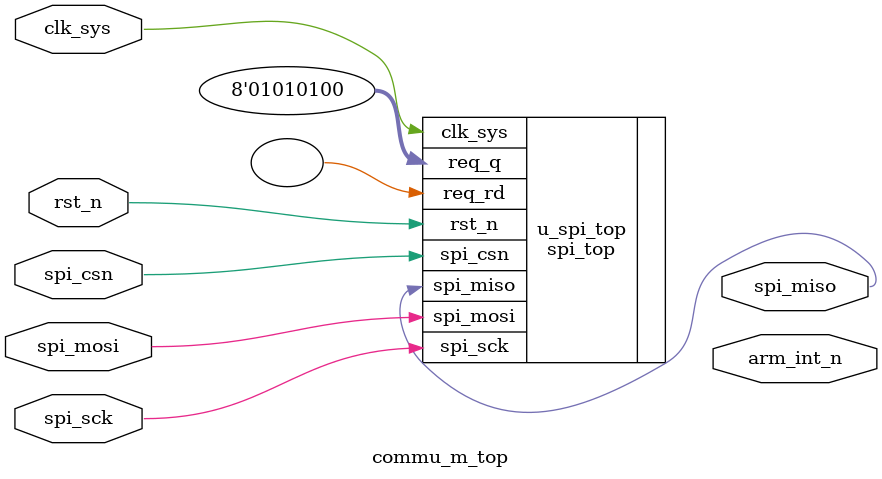
<source format=v>

module commu_m_top(
//arm spi
spi_csn,
spi_sck,
spi_miso,
spi_mosi,
arm_int_n,
//clk rst
clk_sys,
rst_n
);
//arm spi
input spi_csn;
input spi_sck;
output	spi_miso;
input		spi_mosi;
output	arm_int_n;
//clk rst
input clk_sys;
input rst_n;
//-----------------------------------------
//-----------------------------------------


spi_top u_spi_top(
//arm rd
.req_rd(),
.req_q(8'h54),
//arm spi
.spi_csn(spi_csn),
.spi_sck(spi_sck),
.spi_miso(spi_miso),
.spi_mosi(spi_mosi),
//clk rst
.clk_sys(clk_sys),
.rst_n(rst_n)
);


endmodule

</source>
